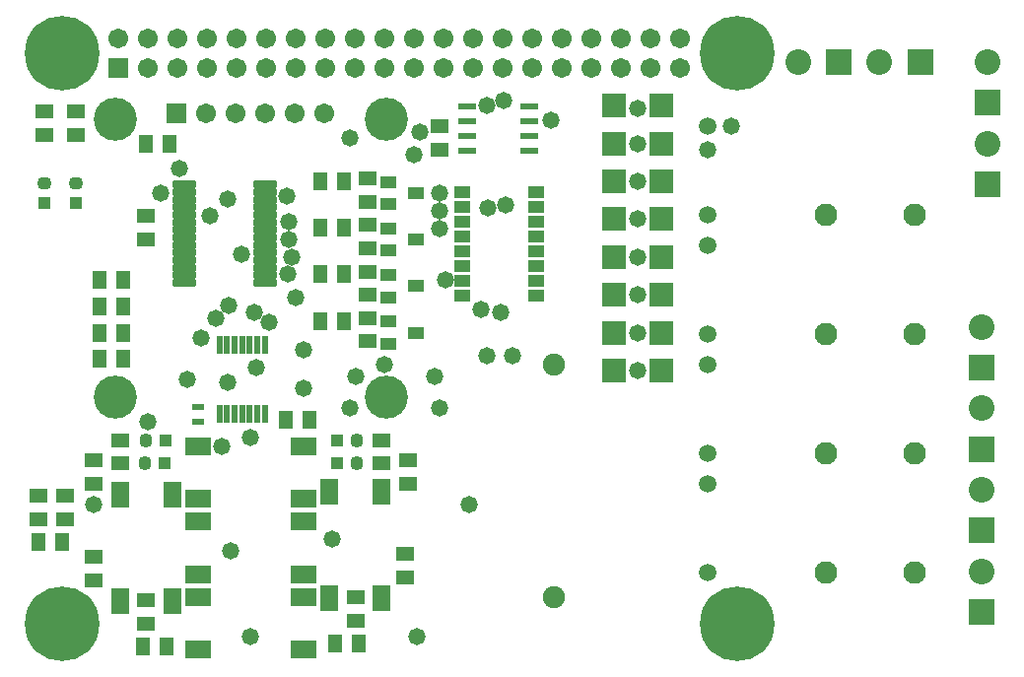
<source format=gts>
G04*
G04 #@! TF.GenerationSoftware,Altium Limited,Altium Designer,21.7.1 (17)*
G04*
G04 Layer_Color=8388736*
%FSLAX25Y25*%
%MOIN*%
G70*
G04*
G04 #@! TF.SameCoordinates,805F3405-D18D-4A14-B230-685FC2141578*
G04*
G04*
G04 #@! TF.FilePolarity,Negative*
G04*
G01*
G75*
%ADD27R,0.04300X0.02400*%
%ADD28R,0.06100X0.02200*%
%ADD31R,0.05524X0.03950*%
%ADD32R,0.08359X0.08202*%
%ADD33R,0.05918X0.04737*%
%ADD34R,0.05524X0.03950*%
G04:AMPARAMS|DCode=35|XSize=82.8mil|YSize=24.54mil|CornerRadius=6.07mil|HoleSize=0mil|Usage=FLASHONLY|Rotation=180.000|XOffset=0mil|YOffset=0mil|HoleType=Round|Shape=RoundedRectangle|*
%AMROUNDEDRECTD35*
21,1,0.08280,0.01240,0,0,180.0*
21,1,0.07067,0.02454,0,0,180.0*
1,1,0.01213,-0.03533,0.00620*
1,1,0.01213,0.03533,0.00620*
1,1,0.01213,0.03533,-0.00620*
1,1,0.01213,-0.03533,-0.00620*
%
%ADD35ROUNDEDRECTD35*%
%ADD36R,0.04737X0.05918*%
%ADD37R,0.04343X0.03950*%
G04:AMPARAMS|DCode=38|XSize=39.5mil|YSize=43.43mil|CornerRadius=11.87mil|HoleSize=0mil|Usage=FLASHONLY|Rotation=270.000|XOffset=0mil|YOffset=0mil|HoleType=Round|Shape=RoundedRectangle|*
%AMROUNDEDRECTD38*
21,1,0.03950,0.01968,0,0,270.0*
21,1,0.01575,0.04343,0,0,270.0*
1,1,0.02375,-0.00984,-0.00787*
1,1,0.02375,-0.00984,0.00787*
1,1,0.02375,0.00984,0.00787*
1,1,0.02375,0.00984,-0.00787*
%
%ADD38ROUNDEDRECTD38*%
G04:AMPARAMS|DCode=39|XSize=39.5mil|YSize=43.43mil|CornerRadius=11.87mil|HoleSize=0mil|Usage=FLASHONLY|Rotation=180.000|XOffset=0mil|YOffset=0mil|HoleType=Round|Shape=RoundedRectangle|*
%AMROUNDEDRECTD39*
21,1,0.03950,0.01968,0,0,180.0*
21,1,0.01575,0.04343,0,0,180.0*
1,1,0.02375,-0.00787,0.00984*
1,1,0.02375,0.00787,0.00984*
1,1,0.02375,0.00787,-0.00984*
1,1,0.02375,-0.00787,-0.00984*
%
%ADD39ROUNDEDRECTD39*%
%ADD40R,0.03950X0.04343*%
%ADD41R,0.01959X0.06400*%
%ADD42R,0.09068X0.06312*%
%ADD43R,0.06312X0.09068*%
%ADD44C,0.07493*%
%ADD45C,0.06706*%
%ADD46R,0.06706X0.06706*%
%ADD47C,0.14580*%
%ADD48R,0.06706X0.06706*%
%ADD49R,0.08674X0.08674*%
%ADD50C,0.08674*%
%ADD51R,0.08674X0.08674*%
%ADD52C,0.05918*%
%ADD53C,0.07690*%
%ADD54C,0.25210*%
%ADD55C,0.05800*%
D27*
X60039Y87196D02*
D03*
Y82096D02*
D03*
D28*
X171967Y173602D02*
D03*
Y183602D02*
D03*
Y188602D02*
D03*
X150867D02*
D03*
Y183602D02*
D03*
Y178602D02*
D03*
Y173602D02*
D03*
X171967Y178602D02*
D03*
D31*
X124213Y108465D02*
D03*
Y115945D02*
D03*
X133661Y112205D02*
D03*
X124213Y124213D02*
D03*
Y131693D02*
D03*
X133661Y127953D02*
D03*
X124213Y139961D02*
D03*
Y147441D02*
D03*
X133661Y143701D02*
D03*
X124213Y155709D02*
D03*
Y163189D02*
D03*
X133661Y159449D02*
D03*
D32*
X216661Y188976D02*
D03*
X200661D02*
D03*
X216661Y176181D02*
D03*
X200661D02*
D03*
X216661Y163386D02*
D03*
X200661D02*
D03*
X216661Y150591D02*
D03*
X200661D02*
D03*
X216661Y99410D02*
D03*
X200661D02*
D03*
X216661Y112205D02*
D03*
X200661D02*
D03*
X216661Y125000D02*
D03*
X200661D02*
D03*
X216661Y137795D02*
D03*
X200661D02*
D03*
D33*
X122047Y75787D02*
D03*
Y67913D02*
D03*
X42323Y143701D02*
D03*
Y151575D02*
D03*
X141732Y182087D02*
D03*
Y174213D02*
D03*
X117126Y117126D02*
D03*
Y109252D02*
D03*
Y132874D02*
D03*
Y125000D02*
D03*
Y148622D02*
D03*
Y140748D02*
D03*
Y164370D02*
D03*
Y156496D02*
D03*
X130905Y68898D02*
D03*
Y61024D02*
D03*
X33465Y67913D02*
D03*
Y75787D02*
D03*
X24606Y68898D02*
D03*
Y61024D02*
D03*
X42323Y21654D02*
D03*
Y13780D02*
D03*
X24606Y28543D02*
D03*
Y36417D02*
D03*
X113189Y22638D02*
D03*
Y14764D02*
D03*
X129921Y29528D02*
D03*
Y37402D02*
D03*
X5906Y57087D02*
D03*
Y49213D02*
D03*
X14764Y57087D02*
D03*
Y49213D02*
D03*
X7874Y179134D02*
D03*
Y187008D02*
D03*
X18701D02*
D03*
Y179134D02*
D03*
D34*
X174213Y124606D02*
D03*
Y129606D02*
D03*
Y134606D02*
D03*
Y139606D02*
D03*
Y144606D02*
D03*
Y149606D02*
D03*
Y154606D02*
D03*
Y159606D02*
D03*
X149409D02*
D03*
Y154606D02*
D03*
Y149606D02*
D03*
Y144606D02*
D03*
Y139606D02*
D03*
Y134606D02*
D03*
Y129606D02*
D03*
Y124606D02*
D03*
D35*
X82697Y129035D02*
D03*
Y131595D02*
D03*
Y134153D02*
D03*
Y136713D02*
D03*
Y139272D02*
D03*
Y141831D02*
D03*
Y144390D02*
D03*
Y146949D02*
D03*
Y149508D02*
D03*
Y152067D02*
D03*
Y154626D02*
D03*
Y157185D02*
D03*
Y159744D02*
D03*
Y162303D02*
D03*
X55098Y129035D02*
D03*
Y131595D02*
D03*
Y134153D02*
D03*
Y136713D02*
D03*
Y139272D02*
D03*
Y141831D02*
D03*
Y144390D02*
D03*
Y146949D02*
D03*
Y149508D02*
D03*
Y152067D02*
D03*
Y154626D02*
D03*
Y157185D02*
D03*
Y159744D02*
D03*
Y162303D02*
D03*
D36*
X97441Y82677D02*
D03*
X89567D02*
D03*
X26575Y129921D02*
D03*
X34449D02*
D03*
X26575Y121063D02*
D03*
X34449D02*
D03*
X26575Y112205D02*
D03*
X34449D02*
D03*
X26575Y103347D02*
D03*
X34449D02*
D03*
X109252Y116142D02*
D03*
X101378D02*
D03*
X109252Y131890D02*
D03*
X101378D02*
D03*
X109252Y147638D02*
D03*
X101378D02*
D03*
X109252Y163386D02*
D03*
X101378D02*
D03*
X50197Y176181D02*
D03*
X42323D02*
D03*
X49213Y5906D02*
D03*
X41339D02*
D03*
X106299Y6890D02*
D03*
X114173D02*
D03*
X13780Y41339D02*
D03*
X5906D02*
D03*
D37*
X18701Y156201D02*
D03*
X7874D02*
D03*
D38*
X18701Y162697D02*
D03*
X7874D02*
D03*
D39*
X113484Y67913D02*
D03*
Y75787D02*
D03*
X42028Y67913D02*
D03*
X42323Y75787D02*
D03*
D40*
X106988Y67913D02*
D03*
Y75787D02*
D03*
X48524Y67913D02*
D03*
X48819Y75787D02*
D03*
D41*
X67126Y108110D02*
D03*
X69685D02*
D03*
X72244D02*
D03*
X74803D02*
D03*
X77362D02*
D03*
X79921D02*
D03*
X82480D02*
D03*
X82480Y84803D02*
D03*
X79921D02*
D03*
X77362D02*
D03*
X74803D02*
D03*
X72244D02*
D03*
X69685D02*
D03*
X67126D02*
D03*
D42*
X95669Y4921D02*
D03*
X59842D02*
D03*
Y22638D02*
D03*
X95669D02*
D03*
X59842Y48228D02*
D03*
X95669D02*
D03*
Y30512D02*
D03*
X59842D02*
D03*
X95669Y56102D02*
D03*
X59842D02*
D03*
Y73819D02*
D03*
X95669D02*
D03*
D43*
X33465Y21457D02*
D03*
Y57284D02*
D03*
X51181D02*
D03*
Y21457D02*
D03*
X122047Y58268D02*
D03*
Y22441D02*
D03*
X104331D02*
D03*
Y58268D02*
D03*
D44*
X180118Y101378D02*
D03*
Y22638D02*
D03*
D45*
X92756Y186221D02*
D03*
X102756D02*
D03*
X62756D02*
D03*
X72756D02*
D03*
X82756D02*
D03*
X32874Y211772D02*
D03*
X42874Y201772D02*
D03*
Y211772D02*
D03*
X52874Y201772D02*
D03*
Y211772D02*
D03*
X62874Y201772D02*
D03*
Y211772D02*
D03*
X72874Y201772D02*
D03*
Y211772D02*
D03*
X82874Y201772D02*
D03*
Y211772D02*
D03*
X92874Y201772D02*
D03*
Y211772D02*
D03*
X102874Y201772D02*
D03*
Y211772D02*
D03*
X112874Y201772D02*
D03*
Y211772D02*
D03*
X122874Y201772D02*
D03*
Y211772D02*
D03*
X132874Y201772D02*
D03*
Y211772D02*
D03*
X142874Y201772D02*
D03*
Y211772D02*
D03*
X152874Y201772D02*
D03*
Y211772D02*
D03*
X162874Y201772D02*
D03*
Y211772D02*
D03*
X172874Y201772D02*
D03*
Y211772D02*
D03*
X182874Y201772D02*
D03*
Y211772D02*
D03*
X192874Y201772D02*
D03*
Y211772D02*
D03*
X202874Y201772D02*
D03*
Y211772D02*
D03*
X212874Y201772D02*
D03*
Y211772D02*
D03*
X222874Y201772D02*
D03*
Y211772D02*
D03*
D46*
X52756Y186221D02*
D03*
D47*
X31890Y184252D02*
D03*
X123622D02*
D03*
Y90551D02*
D03*
X31890D02*
D03*
D48*
X32874Y201772D02*
D03*
D49*
X326772Y162402D02*
D03*
Y189961D02*
D03*
X324803Y100394D02*
D03*
Y72835D02*
D03*
Y45276D02*
D03*
Y17717D02*
D03*
D50*
X326772Y176181D02*
D03*
Y203740D02*
D03*
X290354D02*
D03*
X262795D02*
D03*
X324803Y114173D02*
D03*
Y86614D02*
D03*
Y59055D02*
D03*
Y31496D02*
D03*
D51*
X304134Y203740D02*
D03*
X276575D02*
D03*
D52*
X232283Y31024D02*
D03*
Y61024D02*
D03*
Y101378D02*
D03*
Y71378D02*
D03*
Y141732D02*
D03*
Y111732D02*
D03*
Y182087D02*
D03*
Y152087D02*
D03*
D53*
X272284Y31024D02*
D03*
X302284D02*
D03*
Y71378D02*
D03*
X272284D02*
D03*
X302284Y111732D02*
D03*
X272284D02*
D03*
X302284Y152087D02*
D03*
X272284D02*
D03*
D54*
X13780Y206693D02*
D03*
X242126D02*
D03*
Y13780D02*
D03*
X13780D02*
D03*
D55*
X77756Y9279D02*
D03*
X133858D02*
D03*
X208661Y187992D02*
D03*
X158086Y154478D02*
D03*
X164035Y155252D02*
D03*
X141732Y86614D02*
D03*
X123031Y101378D02*
D03*
X92827Y123957D02*
D03*
X70187Y121369D02*
D03*
X83850Y115850D02*
D03*
X78803Y119095D02*
D03*
X65945Y117126D02*
D03*
X111221Y86614D02*
D03*
X105315Y42323D02*
D03*
X240158Y182087D02*
D03*
X232283Y174213D02*
D03*
X208661Y150591D02*
D03*
Y163386D02*
D03*
Y176181D02*
D03*
X179134Y184055D02*
D03*
X139764Y97441D02*
D03*
X157480Y104331D02*
D03*
X166339D02*
D03*
X162402Y119095D02*
D03*
X155512Y120079D02*
D03*
X132874Y172244D02*
D03*
X24606Y54134D02*
D03*
X43044Y81956D02*
D03*
X151575Y54134D02*
D03*
X56102Y96457D02*
D03*
X67913Y73819D02*
D03*
X89909Y158371D02*
D03*
X47244Y159449D02*
D03*
X163386Y190850D02*
D03*
X157480Y188976D02*
D03*
X95472Y93504D02*
D03*
Y106299D02*
D03*
X74740Y138779D02*
D03*
X53517Y167691D02*
D03*
X69882Y157480D02*
D03*
X141732Y153449D02*
D03*
Y159449D02*
D03*
X90361Y131924D02*
D03*
X90551Y149726D02*
D03*
X90547Y143726D02*
D03*
X91538Y137808D02*
D03*
X141732Y147449D02*
D03*
X143701Y129921D02*
D03*
X69882Y95472D02*
D03*
X79724Y100394D02*
D03*
X111221Y178150D02*
D03*
X70866Y38386D02*
D03*
X61024Y110236D02*
D03*
X77756Y76772D02*
D03*
X63976Y151575D02*
D03*
X113189Y97441D02*
D03*
X134843Y180118D02*
D03*
X208661Y99410D02*
D03*
Y112205D02*
D03*
Y125000D02*
D03*
Y137795D02*
D03*
M02*

</source>
